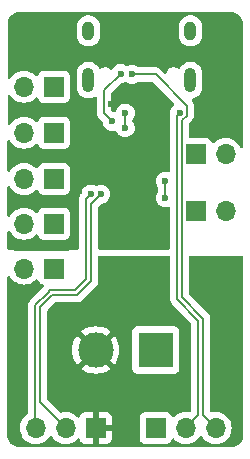
<source format=gbr>
%TF.GenerationSoftware,KiCad,Pcbnew,8.0.6*%
%TF.CreationDate,2024-11-26T15:25:49+01:00*%
%TF.ProjectId,PD_trigger-board,50445f74-7269-4676-9765-722d626f6172,rev?*%
%TF.SameCoordinates,Original*%
%TF.FileFunction,Copper,L2,Bot*%
%TF.FilePolarity,Positive*%
%FSLAX46Y46*%
G04 Gerber Fmt 4.6, Leading zero omitted, Abs format (unit mm)*
G04 Created by KiCad (PCBNEW 8.0.6) date 2024-11-26 15:25:49*
%MOMM*%
%LPD*%
G01*
G04 APERTURE LIST*
%TA.AperFunction,ComponentPad*%
%ADD10O,1.000000X2.100000*%
%TD*%
%TA.AperFunction,ComponentPad*%
%ADD11O,1.000000X1.600000*%
%TD*%
%TA.AperFunction,ComponentPad*%
%ADD12R,1.700000X1.700000*%
%TD*%
%TA.AperFunction,ComponentPad*%
%ADD13O,1.700000X1.700000*%
%TD*%
%TA.AperFunction,ComponentPad*%
%ADD14R,3.000000X3.000000*%
%TD*%
%TA.AperFunction,ComponentPad*%
%ADD15C,3.000000*%
%TD*%
%TA.AperFunction,ViaPad*%
%ADD16C,0.600000*%
%TD*%
%TA.AperFunction,Conductor*%
%ADD17C,0.200000*%
%TD*%
G04 APERTURE END LIST*
D10*
%TO.P,J1,S1,SHIELD*%
%TO.N,GND*%
X144513000Y-81952000D03*
D11*
X144513000Y-77772000D03*
D10*
X135873000Y-81952000D03*
D11*
X135873000Y-77772000D03*
%TD*%
D12*
%TO.P,J2,1,Pin_1*%
%TO.N,GND*%
X141580000Y-111394000D03*
D13*
%TO.P,J2,2,Pin_2*%
%TO.N,D-*%
X144120000Y-111394000D03*
%TO.P,J2,3,Pin_3*%
%TO.N,D+*%
X146660000Y-111394000D03*
%TD*%
D12*
%TO.P,J10,1,Pin_1*%
%TO.N,Net-(J10-Pin_1)*%
X132975000Y-94100000D03*
D13*
%TO.P,J10,2,Pin_2*%
%TO.N,GND*%
X130435000Y-94100000D03*
%TD*%
D12*
%TO.P,J7,1,Pin_1*%
%TO.N,VSET*%
X132950000Y-82500000D03*
D13*
%TO.P,J7,2,Pin_2*%
%TO.N,GND*%
X130410000Y-82500000D03*
%TD*%
D12*
%TO.P,J11,1,Pin_1*%
%TO.N,Net-(J11-Pin_1)*%
X132975000Y-97900000D03*
D13*
%TO.P,J11,2,Pin_2*%
%TO.N,GND*%
X130435000Y-97900000D03*
%TD*%
D14*
%TO.P,J4,1,Pin_1*%
%TO.N,GND*%
X141580000Y-104800000D03*
D15*
%TO.P,J4,2,Pin_2*%
%TO.N,VOUT*%
X136500000Y-104800000D03*
%TD*%
D12*
%TO.P,J5,1,Pin_1*%
%TO.N,ISET*%
X144971000Y-88190000D03*
D13*
%TO.P,J5,2,Pin_2*%
%TO.N,GND*%
X147511000Y-88190000D03*
%TD*%
D12*
%TO.P,J8,1,Pin_1*%
%TO.N,Net-(J8-Pin_1)*%
X132975000Y-86400000D03*
D13*
%TO.P,J8,2,Pin_2*%
%TO.N,GND*%
X130435000Y-86400000D03*
%TD*%
D12*
%TO.P,J6,1,Pin_1*%
%TO.N,Net-(J6-Pin_1)*%
X145000000Y-93000000D03*
D13*
%TO.P,J6,2,Pin_2*%
%TO.N,GND*%
X147540000Y-93000000D03*
%TD*%
D12*
%TO.P,J3,1,Pin_1*%
%TO.N,VOUT*%
X136500000Y-111394000D03*
D13*
%TO.P,J3,2,Pin_2*%
%TO.N,SCL*%
X133960000Y-111394000D03*
%TO.P,J3,3,Pin_3*%
%TO.N,SDA*%
X131420000Y-111394000D03*
%TD*%
D12*
%TO.P,J9,1,Pin_1*%
%TO.N,Net-(J9-Pin_1)*%
X132975000Y-90300000D03*
D13*
%TO.P,J9,2,Pin_2*%
%TO.N,GND*%
X130435000Y-90300000D03*
%TD*%
D16*
%TO.N,VOUT*%
X138600000Y-100487000D03*
X133340000Y-107582000D03*
X133340000Y-101582000D03*
X141000000Y-100487000D03*
X139800000Y-100487000D03*
X133558000Y-104800000D03*
X137200000Y-100487000D03*
%TO.N,D+*%
X139000000Y-85982000D03*
X139000000Y-84732000D03*
X139566735Y-81466735D03*
%TO.N,D-*%
X143600000Y-84700000D03*
%TO.N,VBUS*%
X141000000Y-92082000D03*
X138600000Y-92082000D03*
X141000000Y-85182000D03*
X139800000Y-92082000D03*
X137800000Y-83982000D03*
X142600000Y-84082000D03*
%TO.N,CC1*%
X137881810Y-85431015D03*
X138600000Y-81400000D03*
%TO.N,SCL*%
X136930339Y-91600000D03*
%TO.N,SDA*%
X136090905Y-91590905D03*
%TO.N,GATE*%
X142400000Y-90500000D03*
X142400000Y-91900000D03*
%TD*%
D17*
%TO.N,D+*%
X144200000Y-84948529D02*
X143800000Y-85348529D01*
X143800000Y-100334314D02*
X145600000Y-102134314D01*
X139566735Y-81466735D02*
X141566735Y-81466735D01*
X145600000Y-110334000D02*
X146660000Y-111394000D01*
X143800000Y-85348529D02*
X143800000Y-100334314D01*
X141566735Y-81466735D02*
X144200000Y-84100000D01*
X139000000Y-84732000D02*
X139000000Y-85682000D01*
X145600000Y-102134314D02*
X145600000Y-110334000D01*
X139000000Y-85682000D02*
X139000000Y-85982000D01*
X144200000Y-84100000D02*
X144200000Y-84948529D01*
%TO.N,D-*%
X143600000Y-84700000D02*
X143400000Y-84900000D01*
X143400000Y-100500000D02*
X145200000Y-102300000D01*
X145200000Y-110314000D02*
X144120000Y-111394000D01*
X143400000Y-84900000D02*
X143400000Y-100500000D01*
X145200000Y-102700000D02*
X145200000Y-110314000D01*
X145200000Y-102300000D02*
X145200000Y-102700000D01*
%TO.N,CC1*%
X137200000Y-82800000D02*
X137200000Y-84749205D01*
X138600000Y-81400000D02*
X137200000Y-82800000D01*
X137200000Y-84749205D02*
X137881810Y-85431015D01*
%TO.N,SCL*%
X136100000Y-98965685D02*
X134932842Y-100132843D01*
X131800000Y-109234000D02*
X133960000Y-111394000D01*
X131800000Y-101165686D02*
X131800000Y-109234000D01*
X136100000Y-92430339D02*
X136100000Y-98965685D01*
X136930339Y-91600000D02*
X136100000Y-92430339D01*
X132832843Y-100132844D02*
X131800000Y-101165686D01*
X134932842Y-100132843D02*
X132832843Y-100132843D01*
X132832843Y-100132843D02*
X132832843Y-100132844D01*
%TO.N,SDA*%
X132667157Y-99732843D02*
X132432843Y-99967158D01*
X136090905Y-91590905D02*
X135700000Y-91981810D01*
X131400000Y-101000000D02*
X131400000Y-111374000D01*
X135700000Y-98800000D02*
X134767157Y-99732843D01*
X131400000Y-111374000D02*
X131420000Y-111394000D01*
X134767157Y-99732843D02*
X132667157Y-99732843D01*
X132432843Y-99967158D02*
X131400000Y-101000000D01*
X135700000Y-91981810D02*
X135700000Y-98800000D01*
%TO.N,GATE*%
X142400000Y-90500000D02*
X142400000Y-91900000D01*
%TD*%
%TA.AperFunction,Conductor*%
%TO.N,VOUT*%
G36*
X142742539Y-96819685D02*
G01*
X142788294Y-96872489D01*
X142799500Y-96924000D01*
X142799500Y-100413330D01*
X142799499Y-100413348D01*
X142799499Y-100579054D01*
X142799498Y-100579054D01*
X142840424Y-100731789D01*
X142840425Y-100731790D01*
X142861455Y-100768214D01*
X142861456Y-100768216D01*
X142919475Y-100868709D01*
X142919481Y-100868717D01*
X143038349Y-100987585D01*
X143038355Y-100987590D01*
X144563181Y-102512416D01*
X144596666Y-102573739D01*
X144599500Y-102600097D01*
X144599500Y-109962740D01*
X144579815Y-110029779D01*
X144527011Y-110075534D01*
X144457853Y-110085478D01*
X144443408Y-110082515D01*
X144355416Y-110058939D01*
X144355412Y-110058938D01*
X144355408Y-110058937D01*
X144355406Y-110058936D01*
X144355403Y-110058936D01*
X144120001Y-110038341D01*
X144119999Y-110038341D01*
X143884596Y-110058936D01*
X143884586Y-110058938D01*
X143656344Y-110120094D01*
X143656335Y-110120098D01*
X143442171Y-110219964D01*
X143442169Y-110219965D01*
X143248600Y-110355503D01*
X143126673Y-110477430D01*
X143065350Y-110510914D01*
X142995658Y-110505930D01*
X142939725Y-110464058D01*
X142922810Y-110433081D01*
X142873797Y-110301671D01*
X142873793Y-110301664D01*
X142787547Y-110186455D01*
X142787544Y-110186452D01*
X142672335Y-110100206D01*
X142672328Y-110100202D01*
X142537482Y-110049908D01*
X142537483Y-110049908D01*
X142477883Y-110043501D01*
X142477881Y-110043500D01*
X142477873Y-110043500D01*
X142477864Y-110043500D01*
X140682129Y-110043500D01*
X140682123Y-110043501D01*
X140622516Y-110049908D01*
X140487671Y-110100202D01*
X140487664Y-110100206D01*
X140372455Y-110186452D01*
X140372452Y-110186455D01*
X140286206Y-110301664D01*
X140286202Y-110301671D01*
X140235908Y-110436517D01*
X140229501Y-110496116D01*
X140229500Y-110496135D01*
X140229500Y-112291870D01*
X140229501Y-112291876D01*
X140235908Y-112351483D01*
X140286202Y-112486328D01*
X140286206Y-112486335D01*
X140372452Y-112601544D01*
X140372455Y-112601547D01*
X140487664Y-112687793D01*
X140487671Y-112687797D01*
X140622517Y-112738091D01*
X140622516Y-112738091D01*
X140629444Y-112738835D01*
X140682127Y-112744500D01*
X142477872Y-112744499D01*
X142537483Y-112738091D01*
X142672331Y-112687796D01*
X142787546Y-112601546D01*
X142873796Y-112486331D01*
X142922810Y-112354916D01*
X142964681Y-112298984D01*
X143030145Y-112274566D01*
X143098418Y-112289417D01*
X143126673Y-112310569D01*
X143248599Y-112432495D01*
X143330603Y-112489915D01*
X143442165Y-112568032D01*
X143442167Y-112568033D01*
X143442170Y-112568035D01*
X143656337Y-112667903D01*
X143884592Y-112729063D01*
X144061034Y-112744500D01*
X144119999Y-112749659D01*
X144120000Y-112749659D01*
X144120001Y-112749659D01*
X144178966Y-112744500D01*
X144355408Y-112729063D01*
X144583663Y-112667903D01*
X144797830Y-112568035D01*
X144991401Y-112432495D01*
X145158495Y-112265401D01*
X145288425Y-112079842D01*
X145343002Y-112036217D01*
X145412500Y-112029023D01*
X145474855Y-112060546D01*
X145491575Y-112079842D01*
X145621500Y-112265395D01*
X145621505Y-112265401D01*
X145788599Y-112432495D01*
X145870603Y-112489915D01*
X145982165Y-112568032D01*
X145982167Y-112568033D01*
X145982170Y-112568035D01*
X146196337Y-112667903D01*
X146424592Y-112729063D01*
X146601034Y-112744500D01*
X146659999Y-112749659D01*
X146660000Y-112749659D01*
X146660001Y-112749659D01*
X146718966Y-112744500D01*
X146895408Y-112729063D01*
X147123663Y-112667903D01*
X147337830Y-112568035D01*
X147531401Y-112432495D01*
X147698495Y-112265401D01*
X147834035Y-112071830D01*
X147933903Y-111857663D01*
X147995063Y-111629408D01*
X148015659Y-111394000D01*
X147995063Y-111158592D01*
X147933903Y-110930337D01*
X147834035Y-110716171D01*
X147698495Y-110522599D01*
X147698494Y-110522597D01*
X147531402Y-110355506D01*
X147531395Y-110355501D01*
X147337834Y-110219967D01*
X147337830Y-110219965D01*
X147266727Y-110186809D01*
X147123663Y-110120097D01*
X147123659Y-110120096D01*
X147123655Y-110120094D01*
X146895413Y-110058938D01*
X146895403Y-110058936D01*
X146660001Y-110038341D01*
X146659999Y-110038341D01*
X146424596Y-110058936D01*
X146424580Y-110058939D01*
X146356591Y-110077156D01*
X146286742Y-110075492D01*
X146228880Y-110036329D01*
X146201377Y-109972100D01*
X146200500Y-109957381D01*
X146200500Y-102055259D01*
X146200500Y-102055257D01*
X146159577Y-101902530D01*
X146159573Y-101902523D01*
X146080524Y-101765604D01*
X146080521Y-101765600D01*
X146080520Y-101765598D01*
X145968716Y-101653794D01*
X145968715Y-101653793D01*
X145964385Y-101649463D01*
X145964374Y-101649453D01*
X144436819Y-100121898D01*
X144403334Y-100060575D01*
X144400500Y-100034217D01*
X144400500Y-96924000D01*
X144420185Y-96856961D01*
X144472989Y-96811206D01*
X144524500Y-96800000D01*
X148858476Y-96800000D01*
X148925515Y-96819685D01*
X148971270Y-96872489D01*
X148982476Y-96923860D01*
X148999493Y-111994517D01*
X148999021Y-112005464D01*
X148985260Y-112162752D01*
X148981507Y-112184038D01*
X148942030Y-112331369D01*
X148934637Y-112351681D01*
X148870177Y-112489915D01*
X148859370Y-112508633D01*
X148771880Y-112633582D01*
X148757986Y-112650140D01*
X148650140Y-112757986D01*
X148633582Y-112771880D01*
X148508633Y-112859370D01*
X148489915Y-112870177D01*
X148351681Y-112934637D01*
X148331369Y-112942030D01*
X148184038Y-112981507D01*
X148162753Y-112985260D01*
X148005395Y-112999028D01*
X147994587Y-112999500D01*
X130005413Y-112999500D01*
X129994605Y-112999028D01*
X129837246Y-112985260D01*
X129815961Y-112981507D01*
X129668630Y-112942030D01*
X129648318Y-112934637D01*
X129510084Y-112870177D01*
X129491366Y-112859370D01*
X129366417Y-112771880D01*
X129349859Y-112757986D01*
X129242013Y-112650140D01*
X129228119Y-112633582D01*
X129140629Y-112508633D01*
X129129822Y-112489915D01*
X129065362Y-112351681D01*
X129057969Y-112331369D01*
X129044655Y-112281680D01*
X129018491Y-112184035D01*
X129014739Y-112162752D01*
X129006215Y-112065327D01*
X129000977Y-112005461D01*
X129000506Y-111994517D01*
X129000662Y-111857664D01*
X129011152Y-102620943D01*
X129015706Y-98611056D01*
X129035467Y-98544039D01*
X129088323Y-98498344D01*
X129157492Y-98488479D01*
X129221015Y-98517576D01*
X129252086Y-98558789D01*
X129260965Y-98577830D01*
X129396505Y-98771401D01*
X129563599Y-98938495D01*
X129660384Y-99006265D01*
X129757165Y-99074032D01*
X129757167Y-99074033D01*
X129757170Y-99074035D01*
X129971337Y-99173903D01*
X130199592Y-99235063D01*
X130376034Y-99250500D01*
X130434999Y-99255659D01*
X130435000Y-99255659D01*
X130435001Y-99255659D01*
X130493966Y-99250500D01*
X130670408Y-99235063D01*
X130898663Y-99173903D01*
X131112830Y-99074035D01*
X131306401Y-98938495D01*
X131428329Y-98816566D01*
X131489648Y-98783084D01*
X131559340Y-98788068D01*
X131615274Y-98829939D01*
X131632189Y-98860917D01*
X131681202Y-98992328D01*
X131681206Y-98992335D01*
X131767452Y-99107544D01*
X131767455Y-99107547D01*
X131882664Y-99193793D01*
X131882671Y-99193797D01*
X131927618Y-99210561D01*
X132017517Y-99244091D01*
X132020912Y-99244456D01*
X132023371Y-99245474D01*
X132025062Y-99245874D01*
X132024997Y-99246148D01*
X132085461Y-99271193D01*
X132125310Y-99328585D01*
X132127805Y-99398410D01*
X132095338Y-99455425D01*
X132046687Y-99504077D01*
X132046686Y-99504078D01*
X130919481Y-100631282D01*
X130919479Y-100631284D01*
X130900889Y-100663485D01*
X130884183Y-100692421D01*
X130862303Y-100730318D01*
X130840423Y-100768214D01*
X130799500Y-100920942D01*
X130799499Y-100920944D01*
X130799499Y-101089045D01*
X130799500Y-101089058D01*
X130799500Y-110115274D01*
X130779815Y-110182313D01*
X130745740Y-110215625D01*
X130746605Y-110216860D01*
X130548597Y-110355505D01*
X130381505Y-110522597D01*
X130245965Y-110716169D01*
X130245964Y-110716171D01*
X130146098Y-110930335D01*
X130146094Y-110930344D01*
X130084938Y-111158586D01*
X130084936Y-111158596D01*
X130064341Y-111393999D01*
X130064341Y-111394000D01*
X130084936Y-111629403D01*
X130084938Y-111629413D01*
X130146094Y-111857655D01*
X130146096Y-111857659D01*
X130146097Y-111857663D01*
X130226004Y-112029023D01*
X130245965Y-112071830D01*
X130245967Y-112071834D01*
X130287480Y-112131120D01*
X130381505Y-112265401D01*
X130548599Y-112432495D01*
X130630603Y-112489915D01*
X130742165Y-112568032D01*
X130742167Y-112568033D01*
X130742170Y-112568035D01*
X130956337Y-112667903D01*
X131184592Y-112729063D01*
X131361034Y-112744500D01*
X131419999Y-112749659D01*
X131420000Y-112749659D01*
X131420001Y-112749659D01*
X131478966Y-112744500D01*
X131655408Y-112729063D01*
X131883663Y-112667903D01*
X132097830Y-112568035D01*
X132291401Y-112432495D01*
X132458495Y-112265401D01*
X132588425Y-112079842D01*
X132643002Y-112036217D01*
X132712500Y-112029023D01*
X132774855Y-112060546D01*
X132791575Y-112079842D01*
X132921500Y-112265395D01*
X132921505Y-112265401D01*
X133088599Y-112432495D01*
X133170603Y-112489915D01*
X133282165Y-112568032D01*
X133282167Y-112568033D01*
X133282170Y-112568035D01*
X133496337Y-112667903D01*
X133724592Y-112729063D01*
X133901034Y-112744500D01*
X133959999Y-112749659D01*
X133960000Y-112749659D01*
X133960001Y-112749659D01*
X134018966Y-112744500D01*
X134195408Y-112729063D01*
X134423663Y-112667903D01*
X134637830Y-112568035D01*
X134831401Y-112432495D01*
X134953717Y-112310178D01*
X135015036Y-112276696D01*
X135084728Y-112281680D01*
X135140662Y-112323551D01*
X135157577Y-112354528D01*
X135206646Y-112486088D01*
X135206649Y-112486093D01*
X135292809Y-112601187D01*
X135292812Y-112601190D01*
X135407906Y-112687350D01*
X135407913Y-112687354D01*
X135542620Y-112737596D01*
X135542627Y-112737598D01*
X135602155Y-112743999D01*
X135602172Y-112744000D01*
X136250000Y-112744000D01*
X136250000Y-111827012D01*
X136307007Y-111859925D01*
X136434174Y-111894000D01*
X136565826Y-111894000D01*
X136692993Y-111859925D01*
X136750000Y-111827012D01*
X136750000Y-112744000D01*
X137397828Y-112744000D01*
X137397844Y-112743999D01*
X137457372Y-112737598D01*
X137457379Y-112737596D01*
X137592086Y-112687354D01*
X137592093Y-112687350D01*
X137707187Y-112601190D01*
X137707190Y-112601187D01*
X137793350Y-112486093D01*
X137793354Y-112486086D01*
X137843596Y-112351379D01*
X137843598Y-112351372D01*
X137849999Y-112291844D01*
X137850000Y-112291827D01*
X137850000Y-111644000D01*
X136933012Y-111644000D01*
X136965925Y-111586993D01*
X137000000Y-111459826D01*
X137000000Y-111328174D01*
X136965925Y-111201007D01*
X136933012Y-111144000D01*
X137850000Y-111144000D01*
X137850000Y-110496172D01*
X137849999Y-110496155D01*
X137843598Y-110436627D01*
X137843596Y-110436620D01*
X137793354Y-110301913D01*
X137793350Y-110301906D01*
X137707190Y-110186812D01*
X137707187Y-110186809D01*
X137592093Y-110100649D01*
X137592086Y-110100645D01*
X137457379Y-110050403D01*
X137457372Y-110050401D01*
X137397844Y-110044000D01*
X136750000Y-110044000D01*
X136750000Y-110960988D01*
X136692993Y-110928075D01*
X136565826Y-110894000D01*
X136434174Y-110894000D01*
X136307007Y-110928075D01*
X136250000Y-110960988D01*
X136250000Y-110044000D01*
X135602155Y-110044000D01*
X135542627Y-110050401D01*
X135542620Y-110050403D01*
X135407913Y-110100645D01*
X135407906Y-110100649D01*
X135292812Y-110186809D01*
X135292809Y-110186812D01*
X135206649Y-110301906D01*
X135206645Y-110301913D01*
X135157578Y-110433470D01*
X135115707Y-110489404D01*
X135050242Y-110513821D01*
X134981969Y-110498969D01*
X134953715Y-110477819D01*
X134908977Y-110433081D01*
X134831401Y-110355505D01*
X134831397Y-110355502D01*
X134831396Y-110355501D01*
X134637834Y-110219967D01*
X134637830Y-110219965D01*
X134566727Y-110186809D01*
X134423663Y-110120097D01*
X134423659Y-110120096D01*
X134423655Y-110120094D01*
X134195413Y-110058938D01*
X134195403Y-110058936D01*
X133960001Y-110038341D01*
X133959999Y-110038341D01*
X133724596Y-110058936D01*
X133724583Y-110058939D01*
X133596241Y-110093327D01*
X133526392Y-110091664D01*
X133476468Y-110061233D01*
X132436819Y-109021584D01*
X132403334Y-108960261D01*
X132400500Y-108933903D01*
X132400500Y-104799998D01*
X134494891Y-104799998D01*
X134494891Y-104800001D01*
X134515300Y-105085362D01*
X134576109Y-105364895D01*
X134676091Y-105632958D01*
X134813191Y-105884038D01*
X134813196Y-105884046D01*
X134919882Y-106026561D01*
X134919883Y-106026562D01*
X135814767Y-105131677D01*
X135826497Y-105159995D01*
X135909670Y-105284472D01*
X136015528Y-105390330D01*
X136140005Y-105473503D01*
X136168320Y-105485231D01*
X135273436Y-106380115D01*
X135415960Y-106486807D01*
X135415961Y-106486808D01*
X135667042Y-106623908D01*
X135667041Y-106623908D01*
X135935104Y-106723890D01*
X136214637Y-106784699D01*
X136499999Y-106805109D01*
X136500001Y-106805109D01*
X136785362Y-106784699D01*
X137064895Y-106723890D01*
X137332958Y-106623908D01*
X137584047Y-106486803D01*
X137726561Y-106380116D01*
X137726562Y-106380115D01*
X136831679Y-105485231D01*
X136859995Y-105473503D01*
X136984472Y-105390330D01*
X137090330Y-105284472D01*
X137173503Y-105159995D01*
X137185231Y-105131678D01*
X138080115Y-106026562D01*
X138080116Y-106026561D01*
X138186803Y-105884047D01*
X138323908Y-105632958D01*
X138423890Y-105364895D01*
X138484699Y-105085362D01*
X138505109Y-104800001D01*
X138505109Y-104799998D01*
X138484699Y-104514637D01*
X138423890Y-104235104D01*
X138323908Y-103967041D01*
X138186808Y-103715961D01*
X138186807Y-103715960D01*
X138080115Y-103573436D01*
X137185231Y-104468320D01*
X137173503Y-104440005D01*
X137090330Y-104315528D01*
X136984472Y-104209670D01*
X136859995Y-104126497D01*
X136831678Y-104114767D01*
X137694310Y-103252135D01*
X139579500Y-103252135D01*
X139579500Y-106347870D01*
X139579501Y-106347876D01*
X139585908Y-106407483D01*
X139636202Y-106542328D01*
X139636206Y-106542335D01*
X139722452Y-106657544D01*
X139722455Y-106657547D01*
X139837664Y-106743793D01*
X139837671Y-106743797D01*
X139972517Y-106794091D01*
X139972516Y-106794091D01*
X139979444Y-106794835D01*
X140032127Y-106800500D01*
X143127872Y-106800499D01*
X143187483Y-106794091D01*
X143322331Y-106743796D01*
X143437546Y-106657546D01*
X143523796Y-106542331D01*
X143574091Y-106407483D01*
X143580500Y-106347873D01*
X143580499Y-103252128D01*
X143574091Y-103192517D01*
X143544506Y-103113196D01*
X143523797Y-103057671D01*
X143523793Y-103057664D01*
X143437547Y-102942455D01*
X143437544Y-102942452D01*
X143322335Y-102856206D01*
X143322328Y-102856202D01*
X143187482Y-102805908D01*
X143187483Y-102805908D01*
X143127883Y-102799501D01*
X143127881Y-102799500D01*
X143127873Y-102799500D01*
X143127864Y-102799500D01*
X140032129Y-102799500D01*
X140032123Y-102799501D01*
X139972516Y-102805908D01*
X139837671Y-102856202D01*
X139837664Y-102856206D01*
X139722455Y-102942452D01*
X139722452Y-102942455D01*
X139636206Y-103057664D01*
X139636202Y-103057671D01*
X139585908Y-103192517D01*
X139579501Y-103252116D01*
X139579501Y-103252123D01*
X139579500Y-103252135D01*
X137694310Y-103252135D01*
X137726562Y-103219883D01*
X137726561Y-103219882D01*
X137584046Y-103113196D01*
X137584038Y-103113191D01*
X137332957Y-102976091D01*
X137332958Y-102976091D01*
X137064895Y-102876109D01*
X136785362Y-102815300D01*
X136500001Y-102794891D01*
X136499999Y-102794891D01*
X136214637Y-102815300D01*
X135935104Y-102876109D01*
X135667041Y-102976091D01*
X135415961Y-103113191D01*
X135415953Y-103113196D01*
X135273437Y-103219882D01*
X135273436Y-103219883D01*
X136168321Y-104114767D01*
X136140005Y-104126497D01*
X136015528Y-104209670D01*
X135909670Y-104315528D01*
X135826497Y-104440005D01*
X135814768Y-104468321D01*
X134919883Y-103573436D01*
X134919882Y-103573437D01*
X134813196Y-103715953D01*
X134813191Y-103715961D01*
X134676091Y-103967041D01*
X134576109Y-104235104D01*
X134515300Y-104514637D01*
X134494891Y-104799998D01*
X132400500Y-104799998D01*
X132400500Y-101465784D01*
X132420185Y-101398745D01*
X132436819Y-101378103D01*
X133045260Y-100769662D01*
X133106583Y-100736177D01*
X133132941Y-100733343D01*
X134846173Y-100733343D01*
X134846189Y-100733344D01*
X134853785Y-100733344D01*
X135011896Y-100733344D01*
X135011899Y-100733344D01*
X135164627Y-100692420D01*
X135214746Y-100663482D01*
X135301558Y-100613363D01*
X135413362Y-100501559D01*
X135413362Y-100501557D01*
X135423570Y-100491350D01*
X135423571Y-100491347D01*
X136580520Y-99334401D01*
X136659577Y-99197469D01*
X136700501Y-99044742D01*
X136700501Y-98886627D01*
X136700501Y-98879032D01*
X136700500Y-98879014D01*
X136700500Y-96924000D01*
X136720185Y-96856961D01*
X136772989Y-96811206D01*
X136824500Y-96800000D01*
X142675500Y-96800000D01*
X142742539Y-96819685D01*
G37*
%TD.AperFunction*%
%TD*%
%TA.AperFunction,Conductor*%
%TO.N,VBUS*%
G36*
X148005395Y-76200972D02*
G01*
X148155929Y-76214141D01*
X148177208Y-76217893D01*
X148317924Y-76255597D01*
X148338231Y-76262989D01*
X148470261Y-76324555D01*
X148488979Y-76335361D01*
X148608310Y-76418915D01*
X148624862Y-76432803D01*
X148727879Y-76535817D01*
X148741767Y-76552368D01*
X148825327Y-76671700D01*
X148836134Y-76690418D01*
X148897701Y-76822441D01*
X148905094Y-76842752D01*
X148942799Y-76983459D01*
X148946553Y-77004744D01*
X148959688Y-77154827D01*
X148960160Y-77165634D01*
X148960161Y-77233904D01*
X148960243Y-77235139D01*
X148971911Y-87567909D01*
X148952302Y-87634971D01*
X148899550Y-87680785D01*
X148830403Y-87690807D01*
X148766814Y-87661854D01*
X148735529Y-87620454D01*
X148685035Y-87512171D01*
X148685034Y-87512169D01*
X148549494Y-87318597D01*
X148382402Y-87151506D01*
X148382395Y-87151501D01*
X148188834Y-87015967D01*
X148188830Y-87015965D01*
X148188157Y-87015651D01*
X147974663Y-86916097D01*
X147974659Y-86916096D01*
X147974655Y-86916094D01*
X147746413Y-86854938D01*
X147746403Y-86854936D01*
X147511001Y-86834341D01*
X147510999Y-86834341D01*
X147275596Y-86854936D01*
X147275586Y-86854938D01*
X147047344Y-86916094D01*
X147047335Y-86916098D01*
X146833171Y-87015964D01*
X146833169Y-87015965D01*
X146639600Y-87151503D01*
X146517673Y-87273430D01*
X146456350Y-87306914D01*
X146386658Y-87301930D01*
X146330725Y-87260058D01*
X146313810Y-87229081D01*
X146264797Y-87097671D01*
X146264793Y-87097664D01*
X146178547Y-86982455D01*
X146178544Y-86982452D01*
X146063335Y-86896206D01*
X146063328Y-86896202D01*
X145928482Y-86845908D01*
X145928483Y-86845908D01*
X145868883Y-86839501D01*
X145868881Y-86839500D01*
X145868873Y-86839500D01*
X145868865Y-86839500D01*
X144524500Y-86839500D01*
X144457461Y-86819815D01*
X144411706Y-86767011D01*
X144400500Y-86715500D01*
X144400500Y-85648626D01*
X144420185Y-85581587D01*
X144436814Y-85560949D01*
X144558506Y-85439256D01*
X144558510Y-85439254D01*
X144568714Y-85429049D01*
X144568716Y-85429049D01*
X144680520Y-85317245D01*
X144759577Y-85180313D01*
X144796011Y-85044341D01*
X144800500Y-85027587D01*
X144800500Y-84869472D01*
X144800500Y-84020943D01*
X144787978Y-83974211D01*
X144759577Y-83868215D01*
X144716611Y-83793796D01*
X144680520Y-83731284D01*
X144642289Y-83693053D01*
X144608804Y-83631730D01*
X144613788Y-83562038D01*
X144655660Y-83506105D01*
X144705779Y-83483755D01*
X144740183Y-83476911D01*
X144804835Y-83464051D01*
X144964604Y-83397873D01*
X144986907Y-83388635D01*
X144986907Y-83388634D01*
X144986914Y-83388632D01*
X145150782Y-83279139D01*
X145290139Y-83139782D01*
X145399632Y-82975914D01*
X145404707Y-82963663D01*
X145475049Y-82793839D01*
X145475051Y-82793835D01*
X145513500Y-82600541D01*
X145513500Y-81303459D01*
X145513500Y-81303456D01*
X145475052Y-81110170D01*
X145475051Y-81110169D01*
X145475051Y-81110165D01*
X145450328Y-81050478D01*
X145399635Y-80928092D01*
X145399628Y-80928079D01*
X145290139Y-80764218D01*
X145290136Y-80764214D01*
X145150785Y-80624863D01*
X145150781Y-80624860D01*
X144986920Y-80515371D01*
X144986907Y-80515364D01*
X144804839Y-80439950D01*
X144804829Y-80439947D01*
X144611543Y-80401500D01*
X144611541Y-80401500D01*
X144414459Y-80401500D01*
X144414457Y-80401500D01*
X144221170Y-80439947D01*
X144221160Y-80439950D01*
X144039092Y-80515364D01*
X144039079Y-80515371D01*
X143875218Y-80624860D01*
X143875214Y-80624863D01*
X143735863Y-80764214D01*
X143735860Y-80764218D01*
X143622983Y-80933151D01*
X143621534Y-80932182D01*
X143578356Y-80976122D01*
X143510215Y-80991570D01*
X143444540Y-80967725D01*
X143442493Y-80966188D01*
X143436367Y-80961487D01*
X143436365Y-80961485D01*
X143342270Y-80907159D01*
X143305136Y-80885719D01*
X143231950Y-80866109D01*
X143158766Y-80846500D01*
X143007234Y-80846500D01*
X142860863Y-80885719D01*
X142729635Y-80961485D01*
X142729632Y-80961487D01*
X142622487Y-81068632D01*
X142622485Y-81068635D01*
X142598508Y-81110165D01*
X142546719Y-81199865D01*
X142539690Y-81226098D01*
X142518280Y-81306002D01*
X142481915Y-81365662D01*
X142419068Y-81396191D01*
X142349692Y-81387896D01*
X142310824Y-81361589D01*
X142054325Y-81105090D01*
X142054323Y-81105087D01*
X141935452Y-80986216D01*
X141935444Y-80986210D01*
X141833671Y-80927452D01*
X141833669Y-80927451D01*
X141798525Y-80907160D01*
X141798524Y-80907159D01*
X141763372Y-80897740D01*
X141645792Y-80866234D01*
X141487678Y-80866234D01*
X141480082Y-80866234D01*
X141480066Y-80866235D01*
X140149147Y-80866235D01*
X140082108Y-80846550D01*
X140071832Y-80839180D01*
X140068998Y-80836920D01*
X140068997Y-80836919D01*
X139962789Y-80770184D01*
X139916258Y-80740946D01*
X139745989Y-80681366D01*
X139745984Y-80681365D01*
X139566739Y-80661170D01*
X139566731Y-80661170D01*
X139387485Y-80681365D01*
X139387472Y-80681368D01*
X139217215Y-80740944D01*
X139202440Y-80750228D01*
X139135202Y-80769226D01*
X139070499Y-80750226D01*
X138949523Y-80674211D01*
X138779254Y-80614631D01*
X138779249Y-80614630D01*
X138600004Y-80594435D01*
X138599996Y-80594435D01*
X138420750Y-80614630D01*
X138420745Y-80614631D01*
X138250476Y-80674211D01*
X138097737Y-80770184D01*
X137970184Y-80897737D01*
X137970182Y-80897740D01*
X137907214Y-80997952D01*
X137854879Y-81044243D01*
X137785826Y-81054890D01*
X137721978Y-81026515D01*
X137714540Y-81019660D01*
X137656367Y-80961487D01*
X137656365Y-80961485D01*
X137562270Y-80907159D01*
X137525136Y-80885719D01*
X137451950Y-80866109D01*
X137378766Y-80846500D01*
X137227234Y-80846500D01*
X137080863Y-80885719D01*
X136949627Y-80961489D01*
X136943502Y-80966190D01*
X136878333Y-80991383D01*
X136809888Y-80977343D01*
X136763976Y-80932509D01*
X136763017Y-80933151D01*
X136759982Y-80928609D01*
X136759899Y-80928528D01*
X136759766Y-80928286D01*
X136650139Y-80764218D01*
X136650136Y-80764214D01*
X136510785Y-80624863D01*
X136510781Y-80624860D01*
X136346920Y-80515371D01*
X136346907Y-80515364D01*
X136164839Y-80439950D01*
X136164829Y-80439947D01*
X135971543Y-80401500D01*
X135971541Y-80401500D01*
X135774459Y-80401500D01*
X135774457Y-80401500D01*
X135581170Y-80439947D01*
X135581160Y-80439950D01*
X135399092Y-80515364D01*
X135399079Y-80515371D01*
X135235218Y-80624860D01*
X135235214Y-80624863D01*
X135095863Y-80764214D01*
X135095860Y-80764218D01*
X134986371Y-80928079D01*
X134986364Y-80928092D01*
X134910950Y-81110160D01*
X134910947Y-81110170D01*
X134872500Y-81303456D01*
X134872500Y-81303459D01*
X134872500Y-82600541D01*
X134872500Y-82600543D01*
X134872499Y-82600543D01*
X134910947Y-82793829D01*
X134910950Y-82793839D01*
X134986364Y-82975907D01*
X134986371Y-82975920D01*
X135095860Y-83139781D01*
X135095863Y-83139785D01*
X135235214Y-83279136D01*
X135235218Y-83279139D01*
X135399079Y-83388628D01*
X135399092Y-83388635D01*
X135565306Y-83457482D01*
X135581165Y-83464051D01*
X135581169Y-83464051D01*
X135581170Y-83464052D01*
X135774456Y-83502500D01*
X135774459Y-83502500D01*
X135971543Y-83502500D01*
X136101582Y-83476632D01*
X136164835Y-83464051D01*
X136324604Y-83397873D01*
X136346907Y-83388635D01*
X136346907Y-83388634D01*
X136346914Y-83388632D01*
X136406610Y-83348744D01*
X136473286Y-83327867D01*
X136540666Y-83346351D01*
X136587357Y-83398330D01*
X136599500Y-83451847D01*
X136599500Y-84662535D01*
X136599499Y-84662553D01*
X136599499Y-84828259D01*
X136599498Y-84828259D01*
X136640423Y-84980990D01*
X136654010Y-85004523D01*
X136654009Y-85004523D01*
X136654010Y-85004524D01*
X136719475Y-85117914D01*
X136719481Y-85117922D01*
X136838349Y-85236790D01*
X136838355Y-85236795D01*
X137051108Y-85449548D01*
X137084593Y-85510871D01*
X137086647Y-85523345D01*
X137096440Y-85610264D01*
X137156020Y-85780536D01*
X137156021Y-85780537D01*
X137251994Y-85933277D01*
X137379548Y-86060831D01*
X137532288Y-86156804D01*
X137655412Y-86199887D01*
X137702555Y-86216383D01*
X137702560Y-86216384D01*
X137881806Y-86236580D01*
X137881810Y-86236580D01*
X137881814Y-86236580D01*
X138061058Y-86216384D01*
X138061058Y-86216383D01*
X138061065Y-86216383D01*
X138098025Y-86203449D01*
X138167800Y-86199887D01*
X138228428Y-86234615D01*
X138256019Y-86279535D01*
X138274210Y-86331520D01*
X138274210Y-86331522D01*
X138370184Y-86484262D01*
X138497738Y-86611816D01*
X138650478Y-86707789D01*
X138819725Y-86767011D01*
X138820745Y-86767368D01*
X138820750Y-86767369D01*
X138999996Y-86787565D01*
X139000000Y-86787565D01*
X139000004Y-86787565D01*
X139179249Y-86767369D01*
X139179252Y-86767368D01*
X139179255Y-86767368D01*
X139349522Y-86707789D01*
X139502262Y-86611816D01*
X139629816Y-86484262D01*
X139725789Y-86331522D01*
X139785368Y-86161255D01*
X139805565Y-85982000D01*
X139800420Y-85936337D01*
X139785369Y-85802750D01*
X139785368Y-85802745D01*
X139773540Y-85768943D01*
X139725789Y-85632478D01*
X139629816Y-85479738D01*
X139629814Y-85479736D01*
X139629813Y-85479734D01*
X139627550Y-85476896D01*
X139626659Y-85474715D01*
X139626111Y-85473842D01*
X139626264Y-85473745D01*
X139601144Y-85412209D01*
X139600500Y-85399587D01*
X139600500Y-85314412D01*
X139620185Y-85247373D01*
X139627555Y-85237097D01*
X139629810Y-85234267D01*
X139629816Y-85234262D01*
X139725789Y-85081522D01*
X139785368Y-84911255D01*
X139794719Y-84828262D01*
X139805565Y-84732003D01*
X139805565Y-84731996D01*
X139785369Y-84552750D01*
X139785368Y-84552745D01*
X139725788Y-84382476D01*
X139629815Y-84229737D01*
X139502262Y-84102184D01*
X139349523Y-84006211D01*
X139179254Y-83946631D01*
X139179249Y-83946630D01*
X139000004Y-83926435D01*
X138999996Y-83926435D01*
X138820750Y-83946630D01*
X138820745Y-83946631D01*
X138650476Y-84006211D01*
X138497737Y-84102184D01*
X138370184Y-84229737D01*
X138274210Y-84382478D01*
X138214630Y-84552750D01*
X138214463Y-84553485D01*
X138214224Y-84553911D01*
X138212333Y-84559317D01*
X138211385Y-84558985D01*
X138180346Y-84614459D01*
X138118681Y-84647309D01*
X138065993Y-84646770D01*
X138061071Y-84645647D01*
X137974140Y-84635852D01*
X137909726Y-84608785D01*
X137900343Y-84600313D01*
X137836819Y-84536789D01*
X137803334Y-84475466D01*
X137800500Y-84449108D01*
X137800500Y-83100096D01*
X137820185Y-83033057D01*
X137836815Y-83012419D01*
X138618535Y-82230698D01*
X138679856Y-82197215D01*
X138692311Y-82195163D01*
X138779255Y-82185368D01*
X138949522Y-82125789D01*
X138964290Y-82116508D01*
X139031523Y-82097508D01*
X139096234Y-82116508D01*
X139205822Y-82185367D01*
X139217213Y-82192524D01*
X139326314Y-82230700D01*
X139387480Y-82252103D01*
X139387485Y-82252104D01*
X139566731Y-82272300D01*
X139566735Y-82272300D01*
X139566739Y-82272300D01*
X139745984Y-82252104D01*
X139745987Y-82252103D01*
X139745990Y-82252103D01*
X139916257Y-82192524D01*
X140068997Y-82096551D01*
X140069002Y-82096545D01*
X140071832Y-82094290D01*
X140074010Y-82093400D01*
X140074893Y-82092846D01*
X140074990Y-82093000D01*
X140136518Y-82067880D01*
X140149147Y-82067235D01*
X141266638Y-82067235D01*
X141333677Y-82086920D01*
X141354319Y-82103554D01*
X143124867Y-83874102D01*
X143158352Y-83935425D01*
X143153368Y-84005117D01*
X143111496Y-84061050D01*
X143103165Y-84066772D01*
X143097745Y-84070177D01*
X143097739Y-84070182D01*
X142970184Y-84197737D01*
X142874211Y-84350476D01*
X142814631Y-84520745D01*
X142814630Y-84520750D01*
X142794435Y-84699996D01*
X142794435Y-84700002D01*
X142802900Y-84775130D01*
X142800076Y-84812823D01*
X142800560Y-84812887D01*
X142799499Y-84820945D01*
X142799499Y-84989046D01*
X142799500Y-84989059D01*
X142799500Y-89616936D01*
X142779815Y-89683975D01*
X142727011Y-89729730D01*
X142657853Y-89739674D01*
X142634547Y-89733978D01*
X142579260Y-89714633D01*
X142579249Y-89714630D01*
X142400004Y-89694435D01*
X142399996Y-89694435D01*
X142220750Y-89714630D01*
X142220745Y-89714631D01*
X142050476Y-89774211D01*
X141897737Y-89870184D01*
X141770184Y-89997737D01*
X141674211Y-90150476D01*
X141614631Y-90320745D01*
X141614630Y-90320750D01*
X141594435Y-90499996D01*
X141594435Y-90500003D01*
X141614630Y-90679249D01*
X141614631Y-90679254D01*
X141674211Y-90849523D01*
X141700472Y-90891316D01*
X141754832Y-90977830D01*
X141770185Y-91002263D01*
X141772445Y-91005097D01*
X141773334Y-91007275D01*
X141773889Y-91008158D01*
X141773734Y-91008255D01*
X141798855Y-91069783D01*
X141799500Y-91082412D01*
X141799500Y-91317587D01*
X141779815Y-91384626D01*
X141772450Y-91394896D01*
X141770186Y-91397734D01*
X141674211Y-91550476D01*
X141614631Y-91720745D01*
X141614630Y-91720750D01*
X141594435Y-91899996D01*
X141594435Y-91900003D01*
X141614630Y-92079249D01*
X141614631Y-92079254D01*
X141674211Y-92249523D01*
X141767013Y-92397215D01*
X141770184Y-92402262D01*
X141897738Y-92529816D01*
X142050478Y-92625789D01*
X142202758Y-92679074D01*
X142220745Y-92685368D01*
X142220750Y-92685369D01*
X142399996Y-92705565D01*
X142400000Y-92705565D01*
X142400004Y-92705565D01*
X142579249Y-92685369D01*
X142579250Y-92685368D01*
X142579255Y-92685368D01*
X142634545Y-92666020D01*
X142704322Y-92662458D01*
X142764950Y-92697186D01*
X142797178Y-92759179D01*
X142799500Y-92783062D01*
X142799500Y-96170500D01*
X142779815Y-96237539D01*
X142727011Y-96283294D01*
X142675500Y-96294500D01*
X136824500Y-96294500D01*
X136757461Y-96274815D01*
X136711706Y-96222011D01*
X136700500Y-96170500D01*
X136700500Y-92730435D01*
X136720185Y-92663396D01*
X136736815Y-92642758D01*
X136948874Y-92430698D01*
X137010195Y-92397215D01*
X137022650Y-92395163D01*
X137109594Y-92385368D01*
X137279861Y-92325789D01*
X137432601Y-92229816D01*
X137560155Y-92102262D01*
X137656128Y-91949522D01*
X137715707Y-91779255D01*
X137715708Y-91779249D01*
X137735904Y-91600003D01*
X137735904Y-91599996D01*
X137715708Y-91420750D01*
X137715707Y-91420745D01*
X137712525Y-91411650D01*
X137656128Y-91250478D01*
X137643222Y-91229939D01*
X137616913Y-91188068D01*
X137560155Y-91097738D01*
X137432601Y-90970184D01*
X137378260Y-90936039D01*
X137279862Y-90874211D01*
X137109593Y-90814631D01*
X137109588Y-90814630D01*
X136930343Y-90794435D01*
X136930335Y-90794435D01*
X136751089Y-90814630D01*
X136751076Y-90814633D01*
X136580817Y-90874210D01*
X136574545Y-90877231D01*
X136573575Y-90875217D01*
X136516579Y-90891316D01*
X136451888Y-90872317D01*
X136440425Y-90865114D01*
X136270167Y-90805538D01*
X136270154Y-90805535D01*
X136090909Y-90785340D01*
X136090901Y-90785340D01*
X135911655Y-90805535D01*
X135911650Y-90805536D01*
X135741381Y-90865116D01*
X135588642Y-90961089D01*
X135461089Y-91088642D01*
X135365115Y-91241383D01*
X135305535Y-91411655D01*
X135295742Y-91498571D01*
X135268675Y-91562985D01*
X135260205Y-91572366D01*
X135219481Y-91613090D01*
X135209826Y-91629815D01*
X135194761Y-91655909D01*
X135140423Y-91750025D01*
X135099499Y-91902753D01*
X135099499Y-91902755D01*
X135099499Y-92070856D01*
X135099500Y-92070869D01*
X135099500Y-96170500D01*
X135079815Y-96237539D01*
X135027011Y-96283294D01*
X134975500Y-96294500D01*
X134441802Y-96294500D01*
X134308088Y-96312510D01*
X134308080Y-96312511D01*
X134308078Y-96312512D01*
X134308072Y-96312513D01*
X134308066Y-96312515D01*
X134244815Y-96329867D01*
X134244792Y-96329875D01*
X134112702Y-96385974D01*
X134112205Y-96384804D01*
X134057290Y-96400000D01*
X129705242Y-96400000D01*
X129653730Y-96388794D01*
X129602473Y-96365385D01*
X129535203Y-96334663D01*
X129468158Y-96314976D01*
X129405664Y-96305991D01*
X129325741Y-96294500D01*
X129142477Y-96294500D01*
X129075438Y-96274815D01*
X129029683Y-96222011D01*
X129018477Y-96170359D01*
X129019289Y-95455659D01*
X129020010Y-94820286D01*
X129039771Y-94753270D01*
X129092627Y-94707575D01*
X129161796Y-94697710D01*
X129225319Y-94726807D01*
X129256390Y-94768020D01*
X129260965Y-94777830D01*
X129260966Y-94777832D01*
X129260967Y-94777833D01*
X129260967Y-94777834D01*
X129369281Y-94932521D01*
X129396505Y-94971401D01*
X129563599Y-95138495D01*
X129660384Y-95206265D01*
X129757165Y-95274032D01*
X129757167Y-95274033D01*
X129757170Y-95274035D01*
X129971337Y-95373903D01*
X130199592Y-95435063D01*
X130376034Y-95450500D01*
X130434999Y-95455659D01*
X130435000Y-95455659D01*
X130435001Y-95455659D01*
X130493966Y-95450500D01*
X130670408Y-95435063D01*
X130898663Y-95373903D01*
X131112830Y-95274035D01*
X131306401Y-95138495D01*
X131428329Y-95016566D01*
X131489648Y-94983084D01*
X131559340Y-94988068D01*
X131615274Y-95029939D01*
X131632189Y-95060917D01*
X131681202Y-95192328D01*
X131681206Y-95192335D01*
X131767452Y-95307544D01*
X131767455Y-95307547D01*
X131882664Y-95393793D01*
X131882671Y-95393797D01*
X132017517Y-95444091D01*
X132017516Y-95444091D01*
X132024444Y-95444835D01*
X132077127Y-95450500D01*
X133872872Y-95450499D01*
X133932483Y-95444091D01*
X134067331Y-95393796D01*
X134182546Y-95307546D01*
X134268796Y-95192331D01*
X134319091Y-95057483D01*
X134325500Y-94997873D01*
X134325499Y-93202128D01*
X134319091Y-93142517D01*
X134317810Y-93139083D01*
X134268797Y-93007671D01*
X134268793Y-93007664D01*
X134182547Y-92892455D01*
X134182544Y-92892452D01*
X134067335Y-92806206D01*
X134067328Y-92806202D01*
X133932482Y-92755908D01*
X133932483Y-92755908D01*
X133872883Y-92749501D01*
X133872881Y-92749500D01*
X133872873Y-92749500D01*
X133872864Y-92749500D01*
X132077129Y-92749500D01*
X132077123Y-92749501D01*
X132017516Y-92755908D01*
X131882671Y-92806202D01*
X131882664Y-92806206D01*
X131767455Y-92892452D01*
X131767452Y-92892455D01*
X131681206Y-93007664D01*
X131681203Y-93007669D01*
X131632189Y-93139083D01*
X131590317Y-93195016D01*
X131524853Y-93219433D01*
X131456580Y-93204581D01*
X131428326Y-93183430D01*
X131306402Y-93061506D01*
X131306395Y-93061501D01*
X131112834Y-92925967D01*
X131112830Y-92925965D01*
X131112828Y-92925964D01*
X130898663Y-92826097D01*
X130898659Y-92826096D01*
X130898655Y-92826094D01*
X130670413Y-92764938D01*
X130670403Y-92764936D01*
X130435001Y-92744341D01*
X130434999Y-92744341D01*
X130199596Y-92764936D01*
X130199586Y-92764938D01*
X129971344Y-92826094D01*
X129971335Y-92826098D01*
X129757171Y-92925964D01*
X129757169Y-92925965D01*
X129563597Y-93061505D01*
X129396505Y-93228597D01*
X129260965Y-93422169D01*
X129260964Y-93422171D01*
X129258030Y-93428464D01*
X129211855Y-93480901D01*
X129144660Y-93500050D01*
X129077780Y-93479831D01*
X129032448Y-93426663D01*
X129021650Y-93375915D01*
X129024315Y-91029517D01*
X129044076Y-90962502D01*
X129096932Y-90916807D01*
X129166101Y-90906942D01*
X129229624Y-90936039D01*
X129257798Y-90973410D01*
X129258260Y-90973144D01*
X129260423Y-90976891D01*
X129260696Y-90977253D01*
X129260964Y-90977828D01*
X129260967Y-90977834D01*
X129369281Y-91132521D01*
X129396505Y-91171401D01*
X129563599Y-91338495D01*
X129644148Y-91394896D01*
X129757165Y-91474032D01*
X129757167Y-91474033D01*
X129757170Y-91474035D01*
X129971337Y-91573903D01*
X130199592Y-91635063D01*
X130376034Y-91650500D01*
X130434999Y-91655659D01*
X130435000Y-91655659D01*
X130435001Y-91655659D01*
X130493966Y-91650500D01*
X130670408Y-91635063D01*
X130898663Y-91573903D01*
X131112830Y-91474035D01*
X131306401Y-91338495D01*
X131428329Y-91216566D01*
X131489648Y-91183084D01*
X131559340Y-91188068D01*
X131615274Y-91229939D01*
X131632189Y-91260917D01*
X131681202Y-91392328D01*
X131681206Y-91392335D01*
X131767452Y-91507544D01*
X131767455Y-91507547D01*
X131882664Y-91593793D01*
X131882671Y-91593797D01*
X132017517Y-91644091D01*
X132017516Y-91644091D01*
X132019842Y-91644341D01*
X132077127Y-91650500D01*
X133872872Y-91650499D01*
X133932483Y-91644091D01*
X134067331Y-91593796D01*
X134182546Y-91507546D01*
X134268796Y-91392331D01*
X134319091Y-91257483D01*
X134325500Y-91197873D01*
X134325499Y-89402128D01*
X134319091Y-89342517D01*
X134317810Y-89339083D01*
X134268797Y-89207671D01*
X134268793Y-89207664D01*
X134182547Y-89092455D01*
X134182544Y-89092452D01*
X134067335Y-89006206D01*
X134067328Y-89006202D01*
X133932482Y-88955908D01*
X133932483Y-88955908D01*
X133872883Y-88949501D01*
X133872881Y-88949500D01*
X133872873Y-88949500D01*
X133872864Y-88949500D01*
X132077129Y-88949500D01*
X132077123Y-88949501D01*
X132017516Y-88955908D01*
X131882671Y-89006202D01*
X131882664Y-89006206D01*
X131767455Y-89092452D01*
X131767452Y-89092455D01*
X131681206Y-89207664D01*
X131681203Y-89207669D01*
X131632189Y-89339083D01*
X131590317Y-89395016D01*
X131524853Y-89419433D01*
X131456580Y-89404581D01*
X131428326Y-89383430D01*
X131306402Y-89261506D01*
X131306395Y-89261501D01*
X131112834Y-89125967D01*
X131112830Y-89125965D01*
X131046391Y-89094984D01*
X130898663Y-89026097D01*
X130898659Y-89026096D01*
X130898655Y-89026094D01*
X130670413Y-88964938D01*
X130670403Y-88964936D01*
X130435001Y-88944341D01*
X130434999Y-88944341D01*
X130199596Y-88964936D01*
X130199586Y-88964938D01*
X129971344Y-89026094D01*
X129971335Y-89026098D01*
X129757171Y-89125964D01*
X129757169Y-89125965D01*
X129563597Y-89261505D01*
X129396505Y-89428597D01*
X129260965Y-89622169D01*
X129258257Y-89626861D01*
X129256503Y-89625848D01*
X129216137Y-89671651D01*
X129148934Y-89690772D01*
X129082063Y-89670525D01*
X129036753Y-89617338D01*
X129025976Y-89566638D01*
X129028734Y-87138225D01*
X129048495Y-87071211D01*
X129101351Y-87025516D01*
X129170520Y-87015651D01*
X129234043Y-87044748D01*
X129257739Y-87073480D01*
X129257860Y-87073396D01*
X129258926Y-87074918D01*
X129260119Y-87076365D01*
X129260965Y-87077831D01*
X129366242Y-87228182D01*
X129396505Y-87271401D01*
X129563599Y-87438495D01*
X129660384Y-87506265D01*
X129757165Y-87574032D01*
X129757167Y-87574033D01*
X129757170Y-87574035D01*
X129971337Y-87673903D01*
X130199592Y-87735063D01*
X130376034Y-87750500D01*
X130434999Y-87755659D01*
X130435000Y-87755659D01*
X130435001Y-87755659D01*
X130493966Y-87750500D01*
X130670408Y-87735063D01*
X130898663Y-87673903D01*
X131112830Y-87574035D01*
X131306401Y-87438495D01*
X131428329Y-87316566D01*
X131489648Y-87283084D01*
X131559340Y-87288068D01*
X131615274Y-87329939D01*
X131632189Y-87360917D01*
X131681202Y-87492328D01*
X131681206Y-87492335D01*
X131767452Y-87607544D01*
X131767455Y-87607547D01*
X131882664Y-87693793D01*
X131882671Y-87693797D01*
X132017517Y-87744091D01*
X132017516Y-87744091D01*
X132024444Y-87744835D01*
X132077127Y-87750500D01*
X133872872Y-87750499D01*
X133932483Y-87744091D01*
X134067331Y-87693796D01*
X134182546Y-87607546D01*
X134268796Y-87492331D01*
X134319091Y-87357483D01*
X134325500Y-87297873D01*
X134325499Y-85502128D01*
X134319091Y-85442517D01*
X134317810Y-85439083D01*
X134268797Y-85307671D01*
X134268793Y-85307664D01*
X134182547Y-85192455D01*
X134182544Y-85192452D01*
X134067335Y-85106206D01*
X134067328Y-85106202D01*
X133932482Y-85055908D01*
X133932483Y-85055908D01*
X133872883Y-85049501D01*
X133872881Y-85049500D01*
X133872873Y-85049500D01*
X133872864Y-85049500D01*
X132077129Y-85049500D01*
X132077123Y-85049501D01*
X132017516Y-85055908D01*
X131882671Y-85106202D01*
X131882664Y-85106206D01*
X131767455Y-85192452D01*
X131767452Y-85192455D01*
X131681206Y-85307664D01*
X131681203Y-85307669D01*
X131632189Y-85439083D01*
X131590317Y-85495016D01*
X131524853Y-85519433D01*
X131456580Y-85504581D01*
X131428326Y-85483430D01*
X131306402Y-85361506D01*
X131306395Y-85361501D01*
X131112834Y-85225967D01*
X131112830Y-85225965D01*
X131112828Y-85225964D01*
X130898663Y-85126097D01*
X130898659Y-85126096D01*
X130898655Y-85126094D01*
X130670413Y-85064938D01*
X130670403Y-85064936D01*
X130435001Y-85044341D01*
X130434999Y-85044341D01*
X130199596Y-85064936D01*
X130199586Y-85064938D01*
X129971344Y-85126094D01*
X129971335Y-85126098D01*
X129757171Y-85225964D01*
X129757169Y-85225965D01*
X129563597Y-85361505D01*
X129396505Y-85528597D01*
X129257860Y-85726605D01*
X129256576Y-85725706D01*
X129211221Y-85768943D01*
X129142613Y-85782157D01*
X129077751Y-85756181D01*
X129037230Y-85699262D01*
X129030415Y-85658579D01*
X129030503Y-85581587D01*
X129033115Y-83281266D01*
X129052876Y-83214250D01*
X129105732Y-83168555D01*
X129174901Y-83158690D01*
X129238424Y-83187787D01*
X129258690Y-83210285D01*
X129306900Y-83279136D01*
X129371505Y-83371401D01*
X129538599Y-83538495D01*
X129635384Y-83606265D01*
X129732165Y-83674032D01*
X129732167Y-83674033D01*
X129732170Y-83674035D01*
X129946337Y-83773903D01*
X130174592Y-83835063D01*
X130351034Y-83850500D01*
X130409999Y-83855659D01*
X130410000Y-83855659D01*
X130410001Y-83855659D01*
X130468966Y-83850500D01*
X130645408Y-83835063D01*
X130873663Y-83773903D01*
X131087830Y-83674035D01*
X131281401Y-83538495D01*
X131403329Y-83416566D01*
X131464648Y-83383084D01*
X131534340Y-83388068D01*
X131590274Y-83429939D01*
X131607189Y-83460917D01*
X131656202Y-83592328D01*
X131656206Y-83592335D01*
X131742452Y-83707544D01*
X131742455Y-83707547D01*
X131857664Y-83793793D01*
X131857671Y-83793797D01*
X131992517Y-83844091D01*
X131992516Y-83844091D01*
X131999444Y-83844835D01*
X132052127Y-83850500D01*
X133847872Y-83850499D01*
X133907483Y-83844091D01*
X134042331Y-83793796D01*
X134157546Y-83707546D01*
X134243796Y-83592331D01*
X134294091Y-83457483D01*
X134300500Y-83397873D01*
X134300499Y-81602128D01*
X134294091Y-81542517D01*
X134292810Y-81539083D01*
X134243797Y-81407671D01*
X134243793Y-81407664D01*
X134157547Y-81292455D01*
X134157544Y-81292452D01*
X134042335Y-81206206D01*
X134042328Y-81206202D01*
X133907482Y-81155908D01*
X133907483Y-81155908D01*
X133847883Y-81149501D01*
X133847881Y-81149500D01*
X133847873Y-81149500D01*
X133847864Y-81149500D01*
X132052129Y-81149500D01*
X132052123Y-81149501D01*
X131992516Y-81155908D01*
X131857671Y-81206202D01*
X131857664Y-81206206D01*
X131742455Y-81292452D01*
X131742452Y-81292455D01*
X131656206Y-81407664D01*
X131656203Y-81407669D01*
X131607189Y-81539083D01*
X131565317Y-81595016D01*
X131499853Y-81619433D01*
X131431580Y-81604581D01*
X131403326Y-81583430D01*
X131281402Y-81461506D01*
X131281395Y-81461501D01*
X131087834Y-81325967D01*
X131087830Y-81325965D01*
X131039559Y-81303456D01*
X130873663Y-81226097D01*
X130873659Y-81226096D01*
X130873655Y-81226094D01*
X130645413Y-81164938D01*
X130645403Y-81164936D01*
X130410001Y-81144341D01*
X130409999Y-81144341D01*
X130174596Y-81164936D01*
X130174586Y-81164938D01*
X129946344Y-81226094D01*
X129946335Y-81226098D01*
X129732171Y-81325964D01*
X129732169Y-81325965D01*
X129538597Y-81461505D01*
X129371508Y-81628594D01*
X129260467Y-81787177D01*
X129205890Y-81830802D01*
X129136391Y-81837994D01*
X129074037Y-81806472D01*
X129038623Y-81746242D01*
X129034892Y-81715918D01*
X129038919Y-78170543D01*
X134872499Y-78170543D01*
X134910947Y-78363829D01*
X134910950Y-78363839D01*
X134986364Y-78545907D01*
X134986371Y-78545920D01*
X135095860Y-78709781D01*
X135095863Y-78709785D01*
X135235214Y-78849136D01*
X135235218Y-78849139D01*
X135399079Y-78958628D01*
X135399092Y-78958635D01*
X135581160Y-79034049D01*
X135581165Y-79034051D01*
X135581169Y-79034051D01*
X135581170Y-79034052D01*
X135774456Y-79072500D01*
X135774459Y-79072500D01*
X135971543Y-79072500D01*
X136101582Y-79046632D01*
X136164835Y-79034051D01*
X136346914Y-78958632D01*
X136510782Y-78849139D01*
X136650139Y-78709782D01*
X136759632Y-78545914D01*
X136835051Y-78363835D01*
X136873500Y-78170543D01*
X143512499Y-78170543D01*
X143550947Y-78363829D01*
X143550950Y-78363839D01*
X143626364Y-78545907D01*
X143626371Y-78545920D01*
X143735860Y-78709781D01*
X143735863Y-78709785D01*
X143875214Y-78849136D01*
X143875218Y-78849139D01*
X144039079Y-78958628D01*
X144039092Y-78958635D01*
X144221160Y-79034049D01*
X144221165Y-79034051D01*
X144221169Y-79034051D01*
X144221170Y-79034052D01*
X144414456Y-79072500D01*
X144414459Y-79072500D01*
X144611543Y-79072500D01*
X144741582Y-79046632D01*
X144804835Y-79034051D01*
X144986914Y-78958632D01*
X145150782Y-78849139D01*
X145290139Y-78709782D01*
X145399632Y-78545914D01*
X145475051Y-78363835D01*
X145513500Y-78170541D01*
X145513500Y-77373459D01*
X145513500Y-77373456D01*
X145475052Y-77180170D01*
X145475051Y-77180169D01*
X145475051Y-77180165D01*
X145466978Y-77160674D01*
X145399635Y-76998092D01*
X145399628Y-76998079D01*
X145290139Y-76834218D01*
X145290136Y-76834214D01*
X145150785Y-76694863D01*
X145150781Y-76694860D01*
X144986920Y-76585371D01*
X144986907Y-76585364D01*
X144804839Y-76509950D01*
X144804829Y-76509947D01*
X144611543Y-76471500D01*
X144611541Y-76471500D01*
X144414459Y-76471500D01*
X144414457Y-76471500D01*
X144221170Y-76509947D01*
X144221160Y-76509950D01*
X144039092Y-76585364D01*
X144039079Y-76585371D01*
X143875218Y-76694860D01*
X143875214Y-76694863D01*
X143735863Y-76834214D01*
X143735860Y-76834218D01*
X143626371Y-76998079D01*
X143626364Y-76998092D01*
X143550950Y-77180160D01*
X143550947Y-77180170D01*
X143512500Y-77373456D01*
X143512500Y-77373459D01*
X143512500Y-78170541D01*
X143512500Y-78170543D01*
X143512499Y-78170543D01*
X136873500Y-78170543D01*
X136873500Y-78170541D01*
X136873500Y-77373459D01*
X136873500Y-77373456D01*
X136835052Y-77180170D01*
X136835051Y-77180169D01*
X136835051Y-77180165D01*
X136826978Y-77160674D01*
X136759635Y-76998092D01*
X136759628Y-76998079D01*
X136650139Y-76834218D01*
X136650136Y-76834214D01*
X136510785Y-76694863D01*
X136510781Y-76694860D01*
X136346920Y-76585371D01*
X136346907Y-76585364D01*
X136164839Y-76509950D01*
X136164829Y-76509947D01*
X135971543Y-76471500D01*
X135971541Y-76471500D01*
X135774459Y-76471500D01*
X135774457Y-76471500D01*
X135581170Y-76509947D01*
X135581160Y-76509950D01*
X135399092Y-76585364D01*
X135399079Y-76585371D01*
X135235218Y-76694860D01*
X135235214Y-76694863D01*
X135095863Y-76834214D01*
X135095860Y-76834218D01*
X134986371Y-76998079D01*
X134986364Y-76998092D01*
X134910950Y-77180160D01*
X134910947Y-77180170D01*
X134872500Y-77373456D01*
X134872500Y-77373459D01*
X134872500Y-78170541D01*
X134872500Y-78170543D01*
X134872499Y-78170543D01*
X129038919Y-78170543D01*
X129039981Y-77235265D01*
X129040064Y-77234039D01*
X129040064Y-77226566D01*
X129040064Y-77166072D01*
X129040534Y-77155305D01*
X129053708Y-77004785D01*
X129057462Y-76983506D01*
X129057475Y-76983459D01*
X129095158Y-76842833D01*
X129102544Y-76822541D01*
X129164101Y-76690541D01*
X129174897Y-76671841D01*
X129258441Y-76552531D01*
X129272323Y-76535988D01*
X129375312Y-76433002D01*
X129391848Y-76419127D01*
X129511159Y-76335586D01*
X129529863Y-76324787D01*
X129661865Y-76263235D01*
X129682162Y-76255848D01*
X129822839Y-76218154D01*
X129844117Y-76214403D01*
X129900097Y-76209506D01*
X129995069Y-76201198D01*
X130005875Y-76200726D01*
X130072293Y-76200726D01*
X130075739Y-76200500D01*
X147934108Y-76200500D01*
X147994588Y-76200500D01*
X148005395Y-76200972D01*
G37*
%TD.AperFunction*%
%TD*%
M02*

</source>
